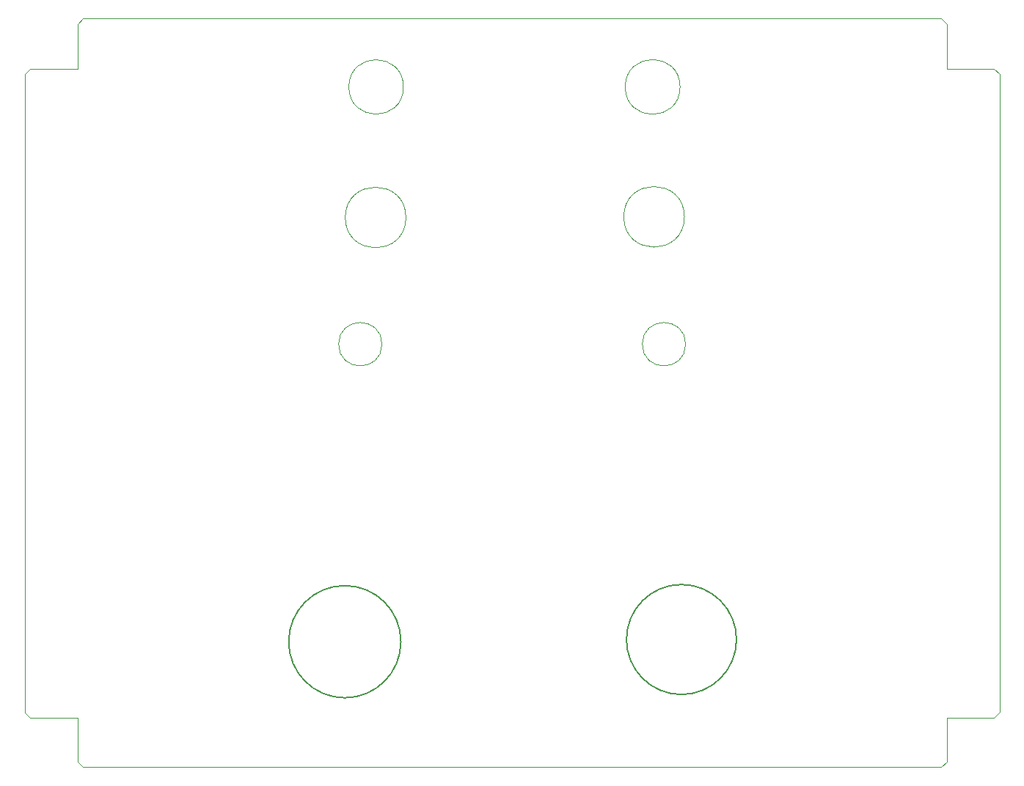
<source format=gbr>
%TF.GenerationSoftware,KiCad,Pcbnew,(5.1.8-0-10_14)*%
%TF.CreationDate,2021-01-09T21:27:37+00:00*%
%TF.ProjectId,CirrusDspPedal,43697272-7573-4447-9370-506564616c2e,rev?*%
%TF.SameCoordinates,Original*%
%TF.FileFunction,Profile,NP*%
%FSLAX46Y46*%
G04 Gerber Fmt 4.6, Leading zero omitted, Abs format (unit mm)*
G04 Created by KiCad (PCBNEW (5.1.8-0-10_14)) date 2021-01-09 21:27:37*
%MOMM*%
%LPD*%
G01*
G04 APERTURE LIST*
%TA.AperFunction,Profile*%
%ADD10C,0.050000*%
%TD*%
%TA.AperFunction,Profile*%
%ADD11C,0.150000*%
%TD*%
G04 APERTURE END LIST*
D10*
X168633177Y-92138500D02*
G75*
G03*
X168633177Y-92138500I-2504477J0D01*
G01*
X133581177Y-92138500D02*
G75*
G03*
X133581177Y-92138500I-2504477J0D01*
G01*
X167986239Y-62433200D02*
G75*
G03*
X167986239Y-62433200I-3165639J0D01*
G01*
X136053486Y-62433200D02*
G75*
G03*
X136053486Y-62433200I-3147986J0D01*
G01*
X168485700Y-77431900D02*
G75*
G03*
X168485700Y-77431900I-3500000J0D01*
G01*
X136342000Y-77508100D02*
G75*
G03*
X136342000Y-77508100I-3500000J0D01*
G01*
D11*
X135763042Y-126492000D02*
G75*
G03*
X135763042Y-126492000I-6477042J0D01*
G01*
X174498000Y-126238000D02*
G75*
G03*
X174498000Y-126238000I-6350000J0D01*
G01*
D10*
X98425000Y-55181500D02*
X99060000Y-54546500D01*
X98425000Y-60325000D02*
X98425000Y-55181500D01*
X92964000Y-60325000D02*
X98425000Y-60325000D01*
X92329000Y-60960000D02*
X92964000Y-60325000D01*
X92329000Y-134683500D02*
X92329000Y-60960000D01*
X92964000Y-135318500D02*
X92329000Y-134683500D01*
X98425000Y-135318500D02*
X92964000Y-135318500D01*
X98425000Y-140335000D02*
X98425000Y-135318500D01*
X99060000Y-140970000D02*
X98425000Y-140335000D01*
X198120000Y-140970000D02*
X99060000Y-140970000D01*
X198755000Y-140335000D02*
X198120000Y-140970000D01*
X198755000Y-135255000D02*
X198755000Y-140335000D01*
X204216000Y-135255000D02*
X198755000Y-135255000D01*
X204851000Y-134620000D02*
X204216000Y-135255000D01*
X204851000Y-60960000D02*
X204851000Y-134620000D01*
X204216000Y-60325000D02*
X204851000Y-60960000D01*
X198755000Y-60325000D02*
X204216000Y-60325000D01*
X198755000Y-55181500D02*
X198755000Y-60325000D01*
X198120000Y-54546500D02*
X198755000Y-55181500D01*
X99060000Y-54546500D02*
X198120000Y-54546500D01*
M02*

</source>
